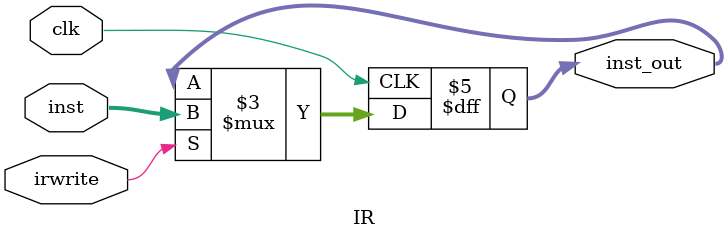
<source format=v>
`timescale 1ns / 1ps


module IR(
    input clk, irwrite,
    input [31:0] inst,
    output reg [31:0] inst_out
    );
    
    //reg [31:0] InsReg;
    initial begin
    inst_out <= 0;
    end
    // ÒªÇóÉÏÉýÑØ£¿£¿£¿
    always @(posedge clk) begin
        if (irwrite) begin
            inst_out <= inst;
        end
    end

endmodule

</source>
